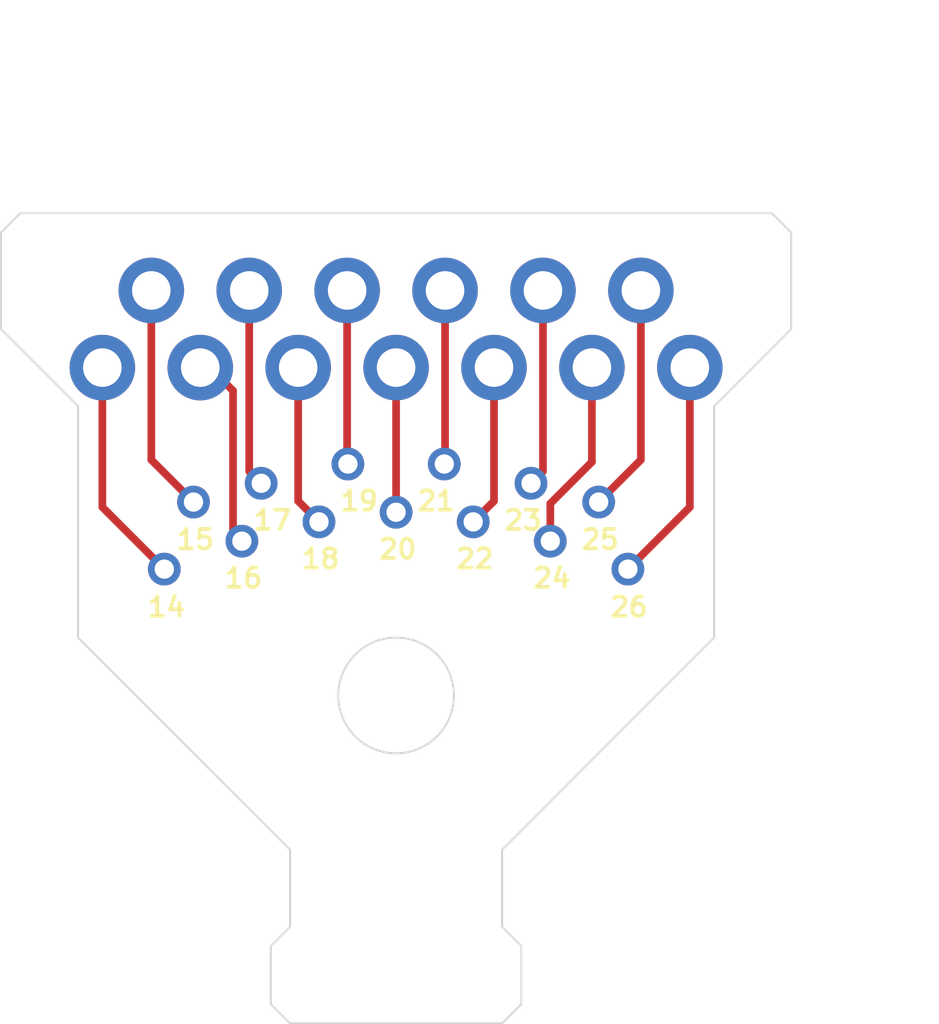
<source format=kicad_pcb>
(kicad_pcb (version 20240108) (generator "pcbnew") (generator_version "8.0")
  (layers (0 "F.Cu" signal) (31 "B.Cu" signal) (34 "B.Paste" user) (35 "F.Paste" user) (36 "B.SilkS" user "B.Silkscreen") (37 "F.SilkS" user "F.Silkscreen") (38 "B.Mask" user) (39 "F.Mask" user) (44 "Edge.Cuts" user))
  (net 0 "")
  (net 1 "Net-(J1-Pin_3)")
  (net 2 "Net-(J1-Pin_5)")
  (net 3 "Net-(J1-Pin_7)")
  (net 4 "Net-(J1-Pin_1)")
  (net 5 "Net-(J1-Pin_2)")
  (net 6 "Net-(J1-Pin_4)")
  (net 7 "Net-(J1-Pin_6)")
  (net 8 "Net-(J15-Pin_1)")
  (net 9 "Net-(J10-Pin_1)")
  (net 10 "Net-(J11-Pin_1)")
  (net 11 "Net-(J13-Pin_1)")
  (net 12 "Net-(J12-Pin_1)")
  (net 13 "Net-(J14-Pin_1)")
  (footprint "Connector_PinHeader_1.00mm:PinHeader_1x01_P1.00mm_Vertical" (layer "F.Cu") (at 73.75 58)
    (property "Reference" "J5" (hide yes))
    (property "Value" "Conn_01x01_Socket" (hide yes))
    (pad "1" thru_hole circle (at 0 0) (size 0.85 0.85) (drill 0.5) (layers "*.Cu" "*.Mask") (net 1 "Net-(J1-Pin_3)"))
  )
  (footprint "Connector_PinHeader_1.00mm:PinHeader_1x01_P1.00mm_Vertical" (layer "F.Cu") (at 81.763358 59.224397)
    (property "Reference" "J9" (hide yes))
    (property "Value" "Conn_01x01_Socket" (hide yes))
    (pad "1" thru_hole circle (at 0 0) (size 0.85 0.85) (drill 0.5) (layers "*.Cu" "*.Mask") (net 3 "Net-(J1-Pin_7)"))
  )
  (footprint "Connector_PinHeader_1.00mm:PinHeader_1x01_P1.00mm_Vertical" (layer "F.Cu") (at 81.005471 57.485932)
    (property "Reference" "J15" (hide yes))
    (property "Value" "Conn_01x01_Socket" (hide yes))
    (pad "1" thru_hole circle (at 0 0) (size 0.85 0.85) (drill 0.5) (layers "*.Cu" "*.Mask") (net 8 "Net-(J15-Pin_1)"))
  )
  (footprint "Connector_PinHeader_1.00mm:PinHeader_1x01_P1.00mm_Vertical" (layer "F.Cu") (at 70.494529 57.485932)
    (property "Reference" "J10" (hide yes))
    (property "Value" "Conn_01x01_Socket" (hide yes))
    (pad "1" thru_hole circle (at 0 0) (size 0.85 0.85) (drill 0.5) (layers "*.Cu" "*.Mask") (net 9 "Net-(J10-Pin_1)"))
  )
  (footprint "Connector_PinHeader_1.00mm:PinHeader_1x01_P1.00mm_Vertical" (layer "F.Cu") (at 74.5 56.5)
    (property "Reference" "J12" (hide yes))
    (property "Value" "Conn_01x01_Socket" (hide yes))
    (pad "1" thru_hole circle (at 0 0) (size 0.85 0.85) (drill 0.5) (layers "*.Cu" "*.Mask") (net 12 "Net-(J12-Pin_1)"))
  )
  (footprint "Connector_PinHeader_1.00mm:PinHeader_1x01_P1.00mm_Vertical" (layer "F.Cu") (at 79.75 58.5)
    (property "Reference" "J8" (hide yes))
    (property "Value" "Conn_01x01_Socket" (hide yes))
    (pad "1" thru_hole circle (at 0 0) (size 0.85 0.85) (drill 0.5) (layers "*.Cu" "*.Mask") (net 7 "Net-(J1-Pin_6)"))
  )
  (footprint "Connector_PinHeader_1.00mm:PinHeader_1x01_P1.00mm_Vertical" (layer "F.Cu") (at 79.25 57)
    (property "Reference" "J14" (hide yes))
    (property "Value" "Conn_01x01_Socket" (hide yes))
    (pad "1" thru_hole circle (at 0 0) (size 0.85 0.85) (drill 0.5) (layers "*.Cu" "*.Mask") (net 13 "Net-(J14-Pin_1)"))
  )
  (footprint "Connector_PinSocket_2.54mm:PinSocket_1x07_P2.54mm_Vertical" (layer "F.Cu") (at 68.13 54 90)
    (property "Reference" "J1" (hide yes))
    (property "Value" "Conn_01x07_Socket")
    (pad "1" thru_hole circle (at 0 0 90) (size 1.7 1.7) (drill 1) (layers "*.Cu" "*.Mask") (net 4 "Net-(J1-Pin_1)"))
    (pad "2" thru_hole oval (at 0 2.54 90) (size 1.7 1.7) (drill 1) (layers "*.Cu" "*.Mask") (net 5 "Net-(J1-Pin_2)"))
    (pad "3" thru_hole oval (at 0 5.08 90) (size 1.7 1.7) (drill 1) (layers "*.Cu" "*.Mask") (net 1 "Net-(J1-Pin_3)"))
    (pad "4" thru_hole oval (at 0 7.62 90) (size 1.7 1.7) (drill 1) (layers "*.Cu" "*.Mask") (net 6 "Net-(J1-Pin_4)"))
    (pad "5" thru_hole oval (at 0 10.16 90) (size 1.7 1.7) (drill 1) (layers "*.Cu" "*.Mask") (net 2 "Net-(J1-Pin_5)"))
    (pad "6" thru_hole oval (at 0 12.7 90) (size 1.7 1.7) (drill 1) (layers "*.Cu" "*.Mask") (net 7 "Net-(J1-Pin_6)"))
    (pad "7" thru_hole oval (at 0 15.24 90) (size 1.7 1.7) (drill 1) (layers "*.Cu" "*.Mask") (net 3 "Net-(J1-Pin_7)"))
  )
  (footprint "Connector_PinSocket_2.54mm:PinSocket_1x06_P2.54mm_Vertical" (layer "F.Cu") (at 69.4 52 90)
    (property "Reference" "J2" (hide yes))
    (property "Value" "Conn_01x06_Socket")
    (pad "1" thru_hole circle (at 0 0 90) (size 1.7 1.7) (drill 1) (layers "*.Cu" "*.Mask") (net 9 "Net-(J10-Pin_1)"))
    (pad "2" thru_hole oval (at 0 2.54 90) (size 1.7 1.7) (drill 1) (layers "*.Cu" "*.Mask") (net 10 "Net-(J11-Pin_1)"))
    (pad "3" thru_hole oval (at 0 5.08 90) (size 1.7 1.7) (drill 1) (layers "*.Cu" "*.Mask") (net 12 "Net-(J12-Pin_1)"))
    (pad "4" thru_hole oval (at 0 7.62 90) (size 1.7 1.7) (drill 1) (layers "*.Cu" "*.Mask") (net 11 "Net-(J13-Pin_1)"))
    (pad "5" thru_hole oval (at 0 10.16 90) (size 1.7 1.7) (drill 1) (layers "*.Cu" "*.Mask") (net 13 "Net-(J14-Pin_1)"))
    (pad "6" thru_hole oval (at 0 12.7 90) (size 1.7 1.7) (drill 1) (layers "*.Cu" "*.Mask") (net 8 "Net-(J15-Pin_1)"))
  )
  (footprint "Connector_PinHeader_1.00mm:PinHeader_1x01_P1.00mm_Vertical" (layer "F.Cu") (at 72.25 57)
    (property "Reference" "J11" (hide yes))
    (property "Value" "Conn_01x01_Socket" (hide yes))
    (pad "1" thru_hole circle (at 0 0) (size 0.85 0.85) (drill 0.5) (layers "*.Cu" "*.Mask") (net 10 "Net-(J11-Pin_1)"))
  )
  (footprint "Connector_PinHeader_1.00mm:PinHeader_1x01_P1.00mm_Vertical" (layer "F.Cu") (at 75.75 57.75)
    (property "Reference" "J6" (hide yes))
    (property "Value" "Conn_01x01_Socket" (hide yes))
    (pad "1" thru_hole circle (at 0 0) (size 0.85 0.85) (drill 0.5) (layers "*.Cu" "*.Mask") (net 6 "Net-(J1-Pin_4)"))
  )
  (footprint "Connector_PinHeader_1.00mm:PinHeader_1x01_P1.00mm_Vertical" (layer "F.Cu") (at 77 56.5)
    (property "Reference" "J13" (hide yes))
    (property "Value" "Conn_01x01_Socket" (hide yes))
    (pad "1" thru_hole circle (at 0 0) (size 0.85 0.85) (drill 0.5) (layers "*.Cu" "*.Mask") (net 11 "Net-(J13-Pin_1)"))
  )
  (footprint "Connector_PinHeader_1.00mm:PinHeader_1x01_P1.00mm_Vertical" (layer "F.Cu") (at 71.75 58.5)
    (property "Reference" "J4" (hide yes))
    (property "Value" "Conn_01x01_Socket" (hide yes))
    (pad "1" thru_hole circle (at 0 0) (size 0.85 0.85) (drill 0.5) (layers "*.Cu" "*.Mask") (net 5 "Net-(J1-Pin_2)"))
  )
  (footprint "Connector_PinHeader_1.00mm:PinHeader_1x01_P1.00mm_Vertical" (layer "F.Cu") (at 77.75 58)
    (property "Reference" "J7" (hide yes))
    (property "Value" "Conn_01x01_Socket" (hide yes))
    (pad "1" thru_hole circle (at 0 0) (size 0.85 0.85) (drill 0.5) (layers "*.Cu" "*.Mask") (net 2 "Net-(J1-Pin_5)"))
  )
  (footprint "Connector_PinHeader_1.00mm:PinHeader_1x01_P1.00mm_Vertical" (layer "F.Cu") (at 69.736642 59.224397)
    (property "Reference" "J3" (hide yes))
    (property "Value" "Conn_01x01_Socket" (hide yes))
    (pad "1" thru_hole circle (at 0 0) (size 0.85 0.85) (drill 0.5) (layers "*.Cu" "*.Mask") (net 4 "Net-(J1-Pin_1)"))
  )
  (gr_circle (center 75.75 62.5) (end 75.75 61) (stroke (width 0.05)) (fill none) (layer "Edge.Cuts"))
  (gr_line (start 85.5 50) (end 66 50) (stroke (width 0.05)) (layer "Edge.Cuts"))
  (gr_line (start 79 70.5) (end 78.5 71) (stroke (width 0.05)) (layer "Edge.Cuts"))
  (gr_line (start 84 61) (end 78.5 66.5) (stroke (width 0.05)) (layer "Edge.Cuts"))
  (gr_line (start 73 66.5) (end 73 68.5) (stroke (width 0.05)) (layer "Edge.Cuts"))
  (gr_line (start 67.5 61) (end 73 66.5) (stroke (width 0.05)) (layer "Edge.Cuts"))
  (gr_line (start 78.5 68.5) (end 79 69) (stroke (width 0.05)) (layer "Edge.Cuts"))
  (gr_line (start 79 69) (end 79 70.5) (stroke (width 0.05)) (layer "Edge.Cuts"))
  (gr_line (start 65.5 50.5) (end 65.5 53) (stroke (width 0.05)) (layer "Edge.Cuts"))
  (gr_line (start 78.5 66.5) (end 78.5 68.5) (stroke (width 0.05)) (layer "Edge.Cuts"))
  (gr_line (start 84 55) (end 84 61) (stroke (width 0.05)) (layer "Edge.Cuts"))
  (gr_line (start 73 71) (end 78.5 71) (stroke (width 0.05)) (layer "Edge.Cuts"))
  (gr_line (start 65.5 53) (end 67.5 55) (stroke (width 0.05)) (layer "Edge.Cuts"))
  (gr_line (start 72.5 70.5) (end 73 71) (stroke (width 0.05)) (layer "Edge.Cuts"))
  (gr_line (start 86 53) (end 84 55) (stroke (width 0.05)) (layer "Edge.Cuts"))
  (gr_line (start 86 50.5) (end 86 53) (stroke (width 0.05)) (layer "Edge.Cuts"))
  (gr_line (start 85.5 50) (end 86 50.5) (stroke (width 0.05)) (layer "Edge.Cuts"))
  (gr_line (start 66 50) (end 65.5 50.5) (stroke (width 0.05)) (layer "Edge.Cuts"))
  (gr_line (start 67.5 55) (end 67.5 61) (stroke (width 0.05)) (layer "Edge.Cuts"))
  (gr_line (start 72.5 69) (end 72.5 70.5) (stroke (width 0.05)) (layer "Edge.Cuts"))
  (gr_line (start 73 68.5) (end 72.5 69) (stroke (width 0.05)) (layer "Edge.Cuts"))
  (gr_text "19" (at 74.25 57.75 0) (layer "F.SilkS") (effects (font (size 0.5 0.5) (thickness 0.1)) (justify left bottom)))
  (gr_text "22" (at 77.25 59.25 0) (layer "F.SilkS") (effects (font (size 0.5 0.5) (thickness 0.1)) (justify left bottom)))
  (gr_text "25" (at 80.5 58.75 0) (layer "F.SilkS") (effects (font (size 0.5 0.5) (thickness 0.1)) (justify left bottom)))
  (gr_text "21" (at 76.25 57.75 0) (layer "F.SilkS") (effects (font (size 0.5 0.5) (thickness 0.1)) (justify left bottom)))
  (gr_text "20" (at 75.25 59 0) (layer "F.SilkS") (effects (font (size 0.5 0.5) (thickness 0.1)) (justify left bottom)))
  (gr_text "24" (at 79.25 59.75 0) (layer "F.SilkS") (effects (font (size 0.5 0.5) (thickness 0.1)) (justify left bottom)))
  (gr_text "23" (at 78.5 58.25 0) (layer "F.SilkS") (effects (font (size 0.5 0.5) (thickness 0.1)) (justify left bottom)))
  (gr_text "18" (at 73.25 59.25 0) (layer "F.SilkS") (effects (font (size 0.5 0.5) (thickness 0.1)) (justify left bottom)))
  (gr_text "16" (at 71.25 59.75 0) (layer "F.SilkS") (effects (font (size 0.5 0.5) (thickness 0.1)) (justify left bottom)))
  (gr_text "14" (at 69.25 60.5 0) (layer "F.SilkS") (effects (font (size 0.5 0.5) (thickness 0.1)) (justify left bottom)))
  (gr_text "26" (at 81.25 60.5 0) (layer "F.SilkS") (effects (font (size 0.5 0.5) (thickness 0.1)) (justify left bottom)))
  (gr_text "15" (at 70 58.75 0) (layer "F.SilkS") (effects (font (size 0.5 0.5) (thickness 0.1)) (justify left bottom)))
  (gr_text "17" (at 72 58.25 0) (layer "F.SilkS") (effects (font (size 0.5 0.5) (thickness 0.1)) (justify left bottom)))
  (segment (start 73.21 57.46) (end 73.75 58) (width 0.2) (layer "F.Cu") (net 1))
  (segment (start 73.21 53.75) (end 73.21 57.46) (width 0.2) (layer "F.Cu") (net 1))
  (segment (start 78.29 53.75) (end 78.29 57.46) (width 0.2) (layer "F.Cu") (net 2))
  (segment (start 78.29 57.46) (end 77.75 58) (width 0.2) (layer "F.Cu") (net 2))
  (segment (start 83.37 53.75) (end 83.37 57.617755) (width 0.2) (layer "F.Cu") (net 3))
  (segment (start 83.37 57.617755) (end 81.763358 59.224397) (width 0.2) (layer "F.Cu") (net 3))
  (segment (start 68.13 53.75) (end 68.13 57.617755) (width 0.2) (layer "F.Cu") (net 4))
  (segment (start 68.13 57.617755) (end 69.736642 59.224397) (width 0.2) (layer "F.Cu") (net 4))
  (segment (start 71.52 54.6) (end 71.52 58.27) (width 0.2) (layer "F.Cu") (net 5))
  (segment (start 71.52 58.27) (end 71.75 58.5) (width 0.2) (layer "F.Cu") (net 5))
  (segment (start 70.67 53.75) (end 71.52 54.6) (width 0.2) (layer "F.Cu") (net 5))
  (segment (start 75.75 53.75) (end 75.75 57.75) (width 0.2) (layer "F.Cu") (net 6))
  (segment (start 80.83 53.75) (end 80.83 56.445305) (width 0.2) (layer "F.Cu") (net 7))
  (segment (start 79.75 57.525305) (end 79.75 58.5) (width 0.2) (layer "F.Cu") (net 7))
  (segment (start 80.83 56.445305) (end 79.75 57.525305) (width 0.2) (layer "F.Cu") (net 7))
  (segment (start 81.005471 57.485932) (end 82.1 56.391403) (width 0.2) (layer "F.Cu") (net 8))
  (segment (start 82.1 56.391403) (end 82.1 51.75) (width 0.2) (layer "F.Cu") (net 8))
  (segment (start 69.4 51.75) (end 69.4 56.391403) (width 0.2) (layer "F.Cu") (net 9))
  (segment (start 69.4 56.391403) (end 70.494529 57.485932) (width 0.2) (layer "F.Cu") (net 9))
  (segment (start 71.94 51.75) (end 71.94 56.69) (width 0.2) (layer "F.Cu") (net 10))
  (segment (start 71.94 56.69) (end 72.25 57) (width 0.2) (layer "F.Cu") (net 10))
  (segment (start 77.02 51.75) (end 77.02 56.48) (width 0.2) (layer "F.Cu") (net 11))
  (segment (start 77.02 56.48) (end 77 56.5) (width 0.2) (layer "F.Cu") (net 11))
  (segment (start 74.48 56.48) (end 74.5 56.5) (width 0.2) (layer "F.Cu") (net 12))
  (segment (start 74.48 51.75) (end 74.48 56.48) (width 0.2) (layer "F.Cu") (net 12))
  (segment (start 79.56 56.69) (end 79.25 57) (width 0.2) (layer "F.Cu") (net 13))
  (segment (start 79.56 51.75) (end 79.56 56.69) (width 0.2) (layer "F.Cu") (net 13))
)
</source>
